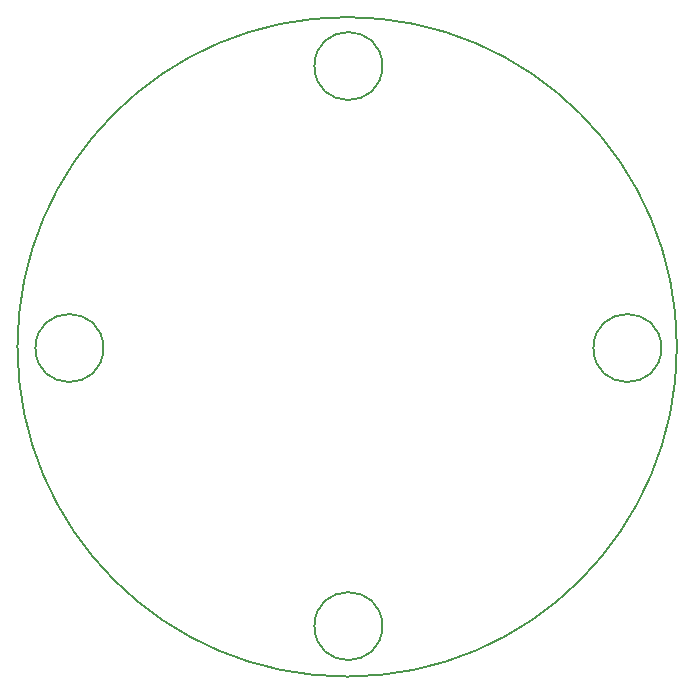
<source format=gbr>
%TF.GenerationSoftware,KiCad,Pcbnew,(5.1.6-0-10_14)*%
%TF.CreationDate,2021-11-12T16:00:31+01:00*%
%TF.ProjectId,Mech50-plate,4d656368-3530-42d7-906c-6174652e6b69,rev?*%
%TF.SameCoordinates,Original*%
%TF.FileFunction,Profile,NP*%
%FSLAX46Y46*%
G04 Gerber Fmt 4.6, Leading zero omitted, Abs format (unit mm)*
G04 Created by KiCad (PCBNEW (5.1.6-0-10_14)) date 2021-11-12 16:00:31*
%MOMM*%
%LPD*%
G01*
G04 APERTURE LIST*
%TA.AperFunction,Profile*%
%ADD10C,0.150000*%
%TD*%
G04 APERTURE END LIST*
D10*
X253825682Y-214804318D02*
G75*
G03*
X253825682Y-214804318I-2873682J0D01*
G01*
X277447682Y-191262000D02*
G75*
G03*
X277447682Y-191262000I-2873682J0D01*
G01*
X253825682Y-167386000D02*
G75*
G03*
X253825682Y-167386000I-2873682J0D01*
G01*
X230203682Y-191262000D02*
G75*
G03*
X230203682Y-191262000I-2873682J0D01*
G01*
X278766908Y-191160000D02*
G75*
G03*
X278766908Y-191160000I-27916908J0D01*
G01*
M02*

</source>
